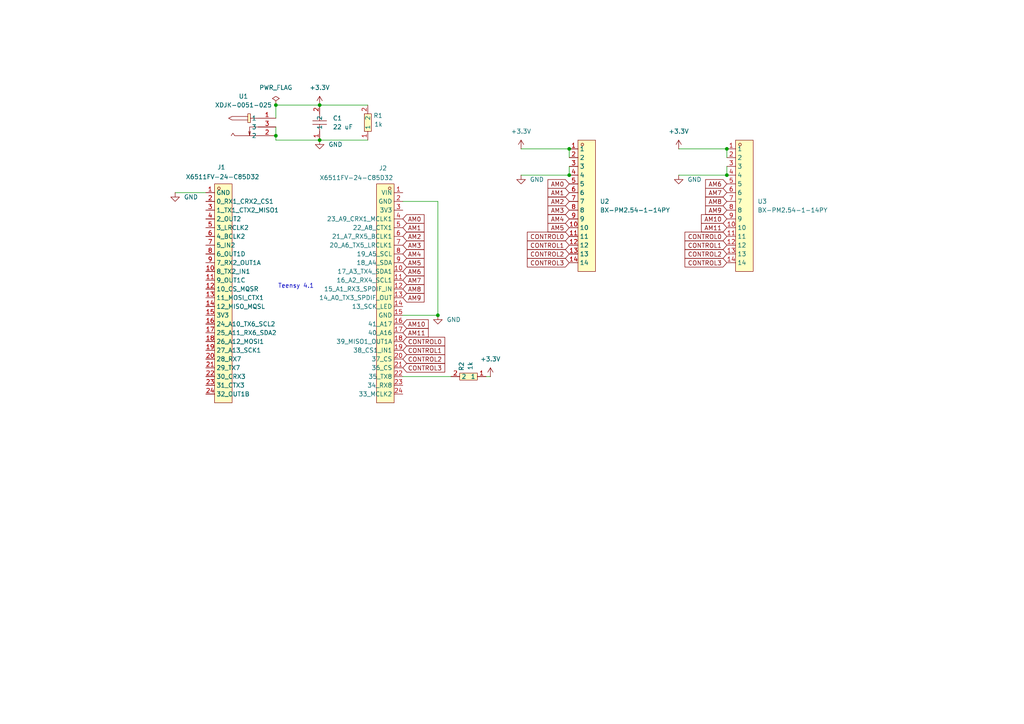
<source format=kicad_sch>
(kicad_sch (version 20250114) (generator "eeschema") (generator_version "9.0")
  (paper "A4")
  (lib_symbols
    (symbol "X6511FV-24-C85D32_1"
      (property "Reference" "J1" (at -1.778 36.576 0))
      (property "Value" "X6511FV-24-C85D32" (at -10.922 33.782 0))
      (symbol "X6511FV-24-C85D32_1_0_1"
        (rectangle (start -2.54 31.75) (end 2.54 -31.75) (fill (type background)))
        (circle (center -1.27 30.48) (radius 0.38))
      )
      (symbol "X6511FV-24-C85D32_1_1_1"
        (pin power_in line (at -5.08 29.21 0) (length 2.54) (name "GND") (number "1"))
        (pin bidirectional line (at -5.08 26.67 0) (length 2.54) (name "0_RX1_CRX2_CS1") (number "2"))
        (pin bidirectional line (at -5.08 24.13 0) (length 2.54) (name "1_TX1_CTX2_MISO1") (number "3"))
        (pin bidirectional line (at -5.08 21.59 0) (length 2.54) (name "2_OUT2") (number "4"))
        (pin bidirectional line (at -5.08 19.05 0) (length 2.54) (name "3_LRCLK2") (number "5"))
        (pin bidirectional line (at -5.08 16.51 0) (length 2.54) (name "4_BCLK2") (number "6"))
        (pin bidirectional line (at -5.08 13.97 0) (length 2.54) (name "5_IN2") (number "7"))
        (pin bidirectional line (at -5.08 11.43 0) (length 2.54) (name "6_OUT1D") (number "8"))
        (pin bidirectional line (at -5.08 8.89 0) (length 2.54) (name "7_RX2_OUT1A") (number "9"))
        (pin bidirectional line (at -5.08 6.35 0) (length 2.54) (name "8_TX2_IN1") (number "10"))
        (pin bidirectional line (at -5.08 3.81 0) (length 2.54) (name "9_OUT1C") (number "11"))
        (pin bidirectional line (at -5.08 1.27 0) (length 2.54) (name "10_CS_MQSR") (number "12"))
        (pin bidirectional line (at -5.08 -1.27 0) (length 2.54) (name "11_MOSI_CTX1") (number "13"))
        (pin bidirectional line (at -5.08 -3.81 0) (length 2.54) (name "12_MISO_MQSL") (number "14"))
        (pin power_in line (at -5.08 -6.35 0) (length 2.54) (name "3V3") (number "15"))
        (pin bidirectional line (at -5.08 -8.89 0) (length 2.54) (name "24_A10_TX6_SCL2") (number "16"))
        (pin bidirectional line (at -5.08 -11.43 0) (length 2.54) (name "25_A11_RX6_SDA2") (number "17"))
        (pin bidirectional line (at -5.08 -13.97 0) (length 2.54) (name "26_A12_MOSI1") (number "18"))
        (pin bidirectional line (at -5.08 -16.51 0) (length 2.54) (name "27_A13_SCK1") (number "19"))
        (pin bidirectional line (at -5.08 -19.05 0) (length 2.54) (name "28_RX7") (number "20"))
        (pin bidirectional line (at -5.08 -21.59 0) (length 2.54) (name "29_TX7") (number "21"))
        (pin bidirectional line (at -5.08 -24.13 0) (length 2.54) (name "30_CRX3") (number "22"))
        (pin bidirectional line (at -5.08 -26.67 0) (length 2.54) (name "31_CTX3") (number "23"))
        (pin bidirectional line (at -5.08 -29.21 0) (length 2.54) (name "32_OUT1B") (number "24"))
      )
    )
    (symbol "X6511FV-24-C85D32_2"
      (property "Reference" "J2" (at -0.508 36.322 0))
      (property "Value" "X6511FV-24-C85D32" (at -2.286 33.528 0))
      (symbol "X6511FV-24-C85D32_2_0_1"
        (rectangle (start -2.54 31.75) (end 2.54 -31.75) (fill (type background)))
        (circle (center -1.27 30.48) (radius 0.38))
      )
      (symbol "X6511FV-24-C85D32_2_1_1"
        (pin power_in line (at -5.08 29.21 0) (length 2.54) (name "VIN") (number "1"))
        (pin output line (at -5.08 26.67 0) (length 2.54) (name "GND") (number "2"))
        (pin output line (at -5.08 24.13 0) (length 2.54) (name "3V3") (number "3"))
        (pin bidirectional line (at -5.08 21.59 0) (length 2.54) (name "23_A9_CRX1_MCLK1") (number "4"))
        (pin bidirectional line (at -5.08 19.05 0) (length 2.54) (name "22_A8_CTX1") (number "5"))
        (pin bidirectional line (at -5.08 16.51 0) (length 2.54) (name "21_A7_RX5_BCLK1") (number "6"))
        (pin bidirectional line (at -5.08 13.97 0) (length 2.54) (name "20_A6_TX5_LRCLK1") (number "7"))
        (pin bidirectional line (at -5.08 11.43 0) (length 2.54) (name "19_A5_SCL") (number "8"))
        (pin bidirectional line (at -5.08 8.89 0) (length 2.54) (name "18_A4_SDA") (number "9"))
        (pin bidirectional line (at -5.08 6.35 0) (length 2.54) (name "17_A3_TX4_SDA1") (number "10"))
        (pin bidirectional line (at -5.08 3.81 0) (length 2.54) (name "16_A2_RX4_SCL1") (number "11"))
        (pin bidirectional line (at -5.08 1.27 0) (length 2.54) (name "15_A1_RX3_SPDIF_IN") (number "12"))
        (pin bidirectional line (at -5.08 -1.27 0) (length 2.54) (name "14_A0_TX3_SPDIF_OUT") (number "13"))
        (pin bidirectional line (at -5.08 -3.81 0) (length 2.54) (name "13_SCK_LED") (number "14"))
        (pin power_in line (at -5.08 -6.35 0) (length 2.54) (name "GND") (number "15"))
        (pin bidirectional line (at -5.08 -8.89 0) (length 2.54) (name "41_A17") (number "16"))
        (pin bidirectional line (at -5.08 -11.43 0) (length 2.54) (name "40_A16") (number "17"))
        (pin bidirectional line (at -5.08 -13.97 0) (length 2.54) (name "39_MISO1_OUT1A") (number "18"))
        (pin bidirectional line (at -5.08 -16.51 0) (length 2.54) (name "38_CS1_IN1") (number "19"))
        (pin bidirectional line (at -5.08 -19.05 0) (length 2.54) (name "37_CS") (number "20"))
        (pin bidirectional line (at -5.08 -21.59 0) (length 2.54) (name "36_CS") (number "21"))
        (pin bidirectional line (at -5.08 -24.13 0) (length 2.54) (name "35_TX8") (number "22"))
        (pin bidirectional line (at -5.08 -26.67 0) (length 2.54) (name "34_RX8") (number "23"))
        (pin bidirectional line (at -5.08 -29.21 0) (length 2.54) (name "33_MCLK2") (number "24"))
      )
    )
    (symbol "jlcpcb:1206W4F1001T5E"
      (property "Reference" "R" (at 0 5.08 0))
      (property "Value" "1206W4F1001T5E" (at 0 -5.08 0))
      (symbol "1206W4F1001T5E_0_1"
        (rectangle (start -2.54 1.02) (end 2.54 -1.02) (fill (type background)))
        (pin input line (at -5.08 0 0) (length 2.54) (name "1") (number "1"))
        (pin input line (at 5.08 0 180) (length 2.54) (name "2") (number "2"))
      )
    )
    (symbol "jlcpcb:BX-PM2.54-1-14PY"
      (property "Reference" "U" (at 0 21.59 0))
      (property "Value" "BX-PM2.54-1-14PY" (at 0 -21.59 0))
      (symbol "BX-PM2.54-1-14PY_0_1"
        (rectangle (start -2.54 19.05) (end 2.54 -19.05) (fill (type background)))
        (circle (center -1.27 17.78) (radius 0.38))
        (pin unspecified line (at -5.08 16.51 0) (length 2.54) (name "1") (number "1"))
        (pin unspecified line (at -5.08 13.97 0) (length 2.54) (name "2") (number "2"))
        (pin unspecified line (at -5.08 11.43 0) (length 2.54) (name "3") (number "3"))
        (pin unspecified line (at -5.08 8.89 0) (length 2.54) (name "4") (number "4"))
        (pin unspecified line (at -5.08 6.35 0) (length 2.54) (name "5") (number "5"))
        (pin unspecified line (at -5.08 3.81 0) (length 2.54) (name "6") (number "6"))
        (pin unspecified line (at -5.08 1.27 0) (length 2.54) (name "7") (number "7"))
        (pin unspecified line (at -5.08 -1.27 0) (length 2.54) (name "8") (number "8"))
        (pin unspecified line (at -5.08 -3.81 0) (length 2.54) (name "9") (number "9"))
        (pin unspecified line (at -5.08 -6.35 0) (length 2.54) (name "10") (number "10"))
        (pin unspecified line (at -5.08 -8.89 0) (length 2.54) (name "11") (number "11"))
        (pin unspecified line (at -5.08 -11.43 0) (length 2.54) (name "12") (number "12"))
        (pin unspecified line (at -5.08 -13.97 0) (length 2.54) (name "13") (number "13"))
        (pin unspecified line (at -5.08 -16.51 0) (length 2.54) (name "14") (number "14"))
      )
    )
    (symbol "jlcpcb:CL31A226KOHNNNE"
      (property "Reference" "C" (at 0 5.08 0))
      (property "Value" "CL31A226KOHNNNE" (at 0 -5.08 0))
      (symbol "CL31A226KOHNNNE_0_1"
        (polyline (pts (xy -0.51 0) (xy -2.54 0)))
        (polyline (pts (xy -0.51 -2.03) (xy -0.51 2.03)))
        (polyline (pts (xy 0.51 2.03) (xy 0.51 -2.03)))
        (polyline (pts (xy 2.54 0) (xy 0.51 0)))
        (pin unspecified line (at -5.08 0 0) (length 2.54) (name "1") (number "1"))
        (pin unspecified line (at 5.08 0 180) (length 2.54) (name "2") (number "2"))
      )
    )
    (symbol "jlcpcb:XDJK-0051-025"
      (property "Reference" "U" (at 0 7.62 0))
      (property "Value" "XDJK-0051-025" (at 0 -7.62 0))
      (symbol "XDJK-0051-025_0_1"
        (rectangle (start -0.51 3.81) (end 0.25 1.27) (fill (type background)))
        (polyline (pts (xy -0.51 3.05) (xy -5.08 3.05) (xy -6.1 2.54) (xy -5.08 2.03) (xy -0.51 2.03)))
        (polyline (pts (xy 0 -2.54) (xy 0.25 -1.27)))
        (polyline (pts (xy 2.54 2.54) (xy 0.25 2.54)))
        (polyline (pts (xy 2.54 0) (xy 0 0) (xy 0 -2.54) (xy -0.25 -1.27)))
        (polyline (pts (xy 2.54 -2.54) (xy -4.32 -2.54) (xy -4.83 -1.78) (xy -5.33 -2.54)))
        (pin unspecified line (at 7.62 2.54 180) (length 5.08) (name "1") (number "1"))
        (pin unspecified line (at 7.62 0 180) (length 5.08) (name "3") (number "3"))
        (pin unspecified line (at 7.62 -2.54 180) (length 5.08) (name "2") (number "2"))
      )
    )
    (symbol "power:+3.3V" (power) (pin_numbers (hide yes)) (pin_names (offset 0) (hide yes))
      (property "Value" "+3.3V" (at 0 3.556 0))
      (symbol "+3.3V_0_1"
        (polyline (pts (xy -0.762 1.27) (xy 0 2.54)))
        (polyline (pts (xy 0 2.54) (xy 0.762 1.27)))
        (polyline (pts (xy 0 0) (xy 0 2.54)))
      )
      (symbol "+3.3V_1_1"
        (pin power_in line (at 0 0 90) (length 0) (name "~") (number "1"))
      )
    )
    (symbol "power:GND" (power) (pin_numbers (hide yes)) (pin_names (offset 0) (hide yes))
      (property "Value" "GND" (at 0 -3.81 0))
      (symbol "GND_0_1"
        (polyline (pts (xy 0 0) (xy 0 -1.27) (xy 1.27 -1.27) (xy 0 -2.54) (xy -1.27 -1.27) (xy 0 -1.27)))
      )
      (symbol "GND_1_1"
        (pin power_in line (at 0 0 270) (length 0) (name "~") (number "1"))
      )
    )
    (symbol "power:PWR_FLAG" (power) (pin_numbers (hide yes)) (pin_names (offset 0) (hide yes))
      (property "Value" "PWR_FLAG" (at 0 3.81 0))
      (symbol "PWR_FLAG_0_0"
        (pin power_out line (at 0 0 90) (length 0) (name "~") (number "1"))
      )
      (symbol "PWR_FLAG_0_1"
        (polyline (pts (xy 0 0) (xy 0 1.27) (xy -1.016 1.905) (xy 0 2.54) (xy 1.016 1.905) (xy 0 1.27)))
      )
    )
  )
  (text "Teensy 4.1" (at 85.852 83.058 0) (effects (font (size 1.27 1.27))))
  (junction (at 92.71 30.48))
  (junction (at 127 91.44))
  (junction (at 210.82 50.8))
  (junction (at 80.01 39.37))
  (junction (at 92.71 40.64))
  (junction (at 210.82 43.18))
  (junction (at 80.01 30.48))
  (junction (at 165.1 50.8))
  (junction (at 165.1 43.18))
  (wire (pts (xy 80.01 30.48) (xy 80.01 34.29)))
  (wire (pts (xy 92.71 40.64) (xy 106.68 40.64)))
  (wire (pts (xy 80.01 39.37) (xy 80.01 40.64)))
  (wire (pts (xy 92.71 30.48) (xy 106.68 30.48)))
  (wire (pts (xy 127 58.42) (xy 127 91.44)))
  (wire (pts (xy 116.84 91.44) (xy 127 91.44)))
  (wire (pts (xy 50.8 55.88) (xy 59.69 55.88)))
  (wire (pts (xy 151.13 50.8) (xy 165.1 50.8)))
  (wire (pts (xy 80.01 40.64) (xy 92.71 40.64)))
  (wire (pts (xy 165.1 43.18) (xy 165.1 45.72)))
  (wire (pts (xy 151.13 43.18) (xy 165.1 43.18)))
  (wire (pts (xy 80.01 30.48) (xy 92.71 30.48)))
  (wire (pts (xy 196.85 43.18) (xy 210.82 43.18)))
  (wire (pts (xy 165.1 48.26) (xy 165.1 50.8)))
  (wire (pts (xy 196.85 50.8) (xy 210.82 50.8)))
  (wire (pts (xy 210.82 48.26) (xy 210.82 50.8)))
  (wire (pts (xy 142.24 109.22) (xy 140.97 109.22)))
  (wire (pts (xy 80.01 36.83) (xy 80.01 39.37)))
  (wire (pts (xy 116.84 58.42) (xy 127 58.42)))
  (wire (pts (xy 116.84 109.22) (xy 130.81 109.22)))
  (wire (pts (xy 210.82 43.18) (xy 210.82 45.72)))
  (global_label "AM0" (shape input) (at 116.84 63.5 0) (property "Intersheetrefs" "${INTERSHEET_REFS}" (effects (hide yes))))
  (global_label "AM11" (shape input) (at 210.82 66.04 180) (property "Intersheetrefs" "${INTERSHEET_REFS}" (effects (hide yes))))
  (global_label "AM11" (shape input) (at 116.84 96.52 0) (property "Intersheetrefs" "${INTERSHEET_REFS}" (effects (hide yes))))
  (global_label "AM9" (shape input) (at 116.84 86.36 0) (property "Intersheetrefs" "${INTERSHEET_REFS}" (effects (hide yes))))
  (global_label "CONTROL0" (shape input) (at 210.82 68.58 180) (property "Intersheetrefs" "${INTERSHEET_REFS}" (effects (hide yes))))
  (global_label "AM4" (shape input) (at 116.84 73.66 0) (property "Intersheetrefs" "${INTERSHEET_REFS}" (effects (hide yes))))
  (global_label "CONTROL0" (shape input) (at 116.84 99.06 0) (property "Intersheetrefs" "${INTERSHEET_REFS}" (effects (hide yes))))
  (global_label "AM6" (shape input) (at 210.82 53.34 180) (property "Intersheetrefs" "${INTERSHEET_REFS}" (effects (hide yes))))
  (global_label "AM4" (shape input) (at 165.1 63.5 180) (property "Intersheetrefs" "${INTERSHEET_REFS}" (effects (hide yes))))
  (global_label "AM1" (shape input) (at 116.84 66.04 0) (property "Intersheetrefs" "${INTERSHEET_REFS}" (effects (hide yes))))
  (global_label "CONTROL3" (shape input) (at 165.1 76.2 180) (property "Intersheetrefs" "${INTERSHEET_REFS}" (effects (hide yes))))
  (global_label "AM10" (shape input) (at 210.82 63.5 180) (property "Intersheetrefs" "${INTERSHEET_REFS}" (effects (hide yes))))
  (global_label "AM6" (shape input) (at 116.84 78.74 0) (property "Intersheetrefs" "${INTERSHEET_REFS}" (effects (hide yes))))
  (global_label "AM8" (shape input) (at 116.84 83.82 0) (property "Intersheetrefs" "${INTERSHEET_REFS}" (effects (hide yes))))
  (global_label "CONTROL3" (shape input) (at 116.84 106.68 0) (property "Intersheetrefs" "${INTERSHEET_REFS}" (effects (hide yes))))
  (global_label "AM2" (shape input) (at 165.1 58.42 180) (property "Intersheetrefs" "${INTERSHEET_REFS}" (effects (hide yes))))
  (global_label "AM3" (shape input) (at 116.84 71.12 0) (property "Intersheetrefs" "${INTERSHEET_REFS}" (effects (hide yes))))
  (global_label "CONTROL1" (shape input) (at 165.1 71.12 180) (property "Intersheetrefs" "${INTERSHEET_REFS}" (effects (hide yes))))
  (global_label "CONTROL0" (shape input) (at 165.1 68.58 180) (property "Intersheetrefs" "${INTERSHEET_REFS}" (effects (hide yes))))
  (global_label "CONTROL2" (shape input) (at 165.1 73.66 180) (property "Intersheetrefs" "${INTERSHEET_REFS}" (effects (hide yes))))
  (global_label "AM2" (shape input) (at 116.84 68.58 0) (property "Intersheetrefs" "${INTERSHEET_REFS}" (effects (hide yes))))
  (global_label "AM8" (shape input) (at 210.82 58.42 180) (property "Intersheetrefs" "${INTERSHEET_REFS}" (effects (hide yes))))
  (global_label "CONTROL3" (shape input) (at 210.82 76.2 180) (property "Intersheetrefs" "${INTERSHEET_REFS}" (effects (hide yes))))
  (global_label "CONTROL1" (shape input) (at 210.82 71.12 180) (property "Intersheetrefs" "${INTERSHEET_REFS}" (effects (hide yes))))
  (global_label "AM5" (shape input) (at 116.84 76.2 0) (property "Intersheetrefs" "${INTERSHEET_REFS}" (effects (hide yes))))
  (global_label "CONTROL2" (shape input) (at 210.82 73.66 180) (property "Intersheetrefs" "${INTERSHEET_REFS}" (effects (hide yes))))
  (global_label "AM7" (shape input) (at 116.84 81.28 0) (property "Intersheetrefs" "${INTERSHEET_REFS}" (effects (hide yes))))
  (global_label "AM10" (shape input) (at 116.84 93.98 0) (property "Intersheetrefs" "${INTERSHEET_REFS}" (effects (hide yes))))
  (global_label "CONTROL1" (shape input) (at 116.84 101.6 0) (property "Intersheetrefs" "${INTERSHEET_REFS}" (effects (hide yes))))
  (global_label "AM3" (shape input) (at 165.1 60.96 180) (property "Intersheetrefs" "${INTERSHEET_REFS}" (effects (hide yes))))
  (global_label "AM9" (shape input) (at 210.82 60.96 180) (property "Intersheetrefs" "${INTERSHEET_REFS}" (effects (hide yes))))
  (global_label "AM5" (shape input) (at 165.1 66.04 180) (property "Intersheetrefs" "${INTERSHEET_REFS}" (effects (hide yes))))
  (global_label "AM1" (shape input) (at 165.1 55.88 180) (property "Intersheetrefs" "${INTERSHEET_REFS}" (effects (hide yes))))
  (global_label "CONTROL2" (shape input) (at 116.84 104.14 0) (property "Intersheetrefs" "${INTERSHEET_REFS}" (effects (hide yes))))
  (global_label "AM0" (shape input) (at 165.1 53.34 180) (property "Intersheetrefs" "${INTERSHEET_REFS}" (effects (hide yes))))
  (global_label "AM7" (shape input) (at 210.82 55.88 180) (property "Intersheetrefs" "${INTERSHEET_REFS}" (effects (hide yes))))
  (symbol (lib_name "X6511FV-24-C85D32_2") (lib_id "jlcpcb:X6511FV-24-C85D32") (at 111.76 85.09 0) (mirror y) (unit 1)
    (property "Reference" "J2" (at 112.268 48.768 0) (effects (justify left)))
    (property "Value" "X6511FV-24-C85D32" (at 114.046 51.562 0) (effects (justify left)))
    (property "Footprint" "jlcpcb:HDR-TH_24P-P2.54-V-F" (effects (hide yes)))
    (property "LCSC Part" "C2883741" (effects (hide yes)))
  )
  (symbol (lib_id "power:+3.3V") (at 142.24 109.22 0) (unit 1)
    (property "Reference" "#PWR05" (effects (hide yes)))
    (property "Value" "+3.3V" (at 142.24 104.14 0))
    (property "Description" "Power symbol creates a global label with name \"+3.3V\"" (effects (hide yes)))
  )
  (symbol (lib_id "jlcpcb:BX-PM2.54-1-14PY") (at 170.18 59.69 0) (unit 1)
    (property "Reference" "U2" (at 173.99 58.4199 0) (effects (justify left)))
    (property "Value" "BX-PM2.54-1-14PY" (at 173.99 60.9599 0) (effects (justify left)))
    (property "Footprint" "jlcpcb:HDR-TH_14P-P2.54-V-F" (effects (hide yes)))
    (property "LCSC Part" "C18078135" (effects (hide yes)))
  )
  (symbol (lib_id "power:GND") (at 196.85 50.8 0) (unit 1)
    (property "Reference" "#PWR09" (effects (hide yes)))
    (property "Value" "GND" (at 199.39 52.0699 0) (effects (justify left)))
    (property "Description" "Power symbol creates a global label with name \"GND\" , ground" (effects (hide yes)))
  )
  (symbol (lib_id "power:GND") (at 127 91.44 0) (unit 1)
    (property "Reference" "#PWR04" (effects (hide yes)))
    (property "Value" "GND" (at 129.54 92.7099 0) (effects (justify left)))
    (property "Description" "Power symbol creates a global label with name \"GND\" , ground" (effects (hide yes)))
  )
  (symbol (lib_id "power:GND") (at 151.13 50.8 0) (unit 1)
    (property "Reference" "#PWR06" (effects (hide yes)))
    (property "Value" "GND" (at 153.67 52.0699 0) (effects (justify left)))
    (property "Description" "Power symbol creates a global label with name \"GND\" , ground" (effects (hide yes)))
  )
  (symbol (lib_name "X6511FV-24-C85D32_1") (lib_id "jlcpcb:X6511FV-24-C85D32") (at 64.77 85.09 0) (unit 1)
    (property "Reference" "J1" (at 62.992 48.514 0) (effects (justify left)))
    (property "Value" "X6511FV-24-C85D32" (at 53.848 51.308 0) (effects (justify left)))
    (property "Footprint" "jlcpcb:HDR-TH_24P-P2.54-V-F" (effects (hide yes)))
    (property "LCSC Part" "C2883741" (effects (hide yes)))
  )
  (symbol (lib_id "power:GND") (at 50.8 55.88 0) (unit 1)
    (property "Reference" "#PWR01" (effects (hide yes)))
    (property "Value" "GND" (at 53.34 57.1499 0) (effects (justify left)))
    (property "Description" "Power symbol creates a global label with name \"GND\" , ground" (effects (hide yes)))
  )
  (symbol (lib_id "jlcpcb:1206W4F1001T5E") (at 135.89 109.22 180) (unit 1)
    (property "Reference" "R2" (at 133.858 104.902 90) (effects (justify left)))
    (property "Value" "1k" (at 136.398 104.902 90) (effects (justify left)))
    (property "Footprint" "jlcpcb:R1206" (effects (hide yes)))
    (property "Datasheet" "https://lcsc.com/product-detail/Chip-Resistor-Surface-Mount-UniOhm_1KR-1001-1_C4410.html" (effects (hide yes)))
    (property "LCSC Part" "C4410" (effects (hide yes)))
  )
  (symbol (lib_id "jlcpcb:CL31A226KOHNNNE") (at 92.71 35.56 90) (unit 1)
    (property "Reference" "C1" (at 96.52 34.2899 90) (effects (justify right)))
    (property "Value" "22 uF" (at 96.52 36.8299 90) (effects (justify right)))
    (property "Footprint" "jlcpcb:C1206" (effects (hide yes)))
    (property "Datasheet" "https://lcsc.com/product-detail/Multilayer-Ceramic-Capacitors-MLCC-SMD-SMT_SAMSUNG_CL31A226KOHNNNE_22uF-226-10-16V_C90146.html" (effects (hide yes)))
    (property "LCSC Part" "C90146" (effects (hide yes)))
  )
  (symbol (lib_id "power:+3.3V") (at 196.85 43.18 0) (unit 1)
    (property "Reference" "#PWR08" (effects (hide yes)))
    (property "Value" "+3.3V" (at 196.85 38.1 0))
    (property "Description" "Power symbol creates a global label with name \"+3.3V\"" (effects (hide yes)))
  )
  (symbol (lib_id "power:+3.3V") (at 151.13 43.18 0) (unit 1)
    (property "Reference" "#PWR07" (effects (hide yes)))
    (property "Value" "+3.3V" (at 151.13 38.1 0))
    (property "Description" "Power symbol creates a global label with name \"+3.3V\"" (effects (hide yes)))
  )
  (symbol (lib_id "power:+3.3V") (at 92.71 30.48 0) (unit 1)
    (property "Reference" "#PWR02" (effects (hide yes)))
    (property "Value" "+3.3V" (at 92.71 25.4 0))
    (property "Description" "Power symbol creates a global label with name \"+3.3V\"" (effects (hide yes)))
  )
  (symbol (lib_id "jlcpcb:1206W4F1001T5E") (at 106.68 35.56 90) (unit 1)
    (property "Reference" "R1" (at 110.998 33.528 90) (effects (justify left)))
    (property "Value" "1k" (at 110.998 36.068 90) (effects (justify left)))
    (property "Footprint" "jlcpcb:R1206" (effects (hide yes)))
    (property "Datasheet" "https://lcsc.com/product-detail/Chip-Resistor-Surface-Mount-UniOhm_1KR-1001-1_C4410.html" (effects (hide yes)))
    (property "LCSC Part" "C4410" (effects (hide yes)))
  )
  (symbol (lib_id "power:PWR_FLAG") (at 80.01 30.48 0) (unit 1)
    (property "Reference" "#FLG01" (effects (hide yes)))
    (property "Value" "PWR_FLAG" (at 80.01 25.4 0))
    (property "Description" "Special symbol for telling ERC where power comes from" (effects (hide yes)))
  )
  (symbol (lib_id "power:GND") (at 92.71 40.64 0) (unit 1)
    (property "Reference" "#PWR03" (effects (hide yes)))
    (property "Value" "GND" (at 95.25 41.9099 0) (effects (justify left)))
    (property "Description" "Power symbol creates a global label with name \"GND\" , ground" (effects (hide yes)))
  )
  (symbol (lib_id "jlcpcb:XDJK-0051-025") (at 72.39 36.83 0) (unit 1)
    (property "Reference" "U1" (at 70.61 27.94 0))
    (property "Value" "XDJK-0051-025" (at 70.61 30.48 0))
    (property "Footprint" "jlcpcb:DC-IN-TH_XDJK-0051-025" (effects (hide yes)))
    (property "LCSC Part" "C7498153" (effects (hide yes)))
  )
  (symbol (lib_id "jlcpcb:BX-PM2.54-1-14PY") (at 215.9 59.69 0) (unit 1)
    (property "Reference" "U3" (at 219.71 58.4199 0) (effects (justify left)))
    (property "Value" "BX-PM2.54-1-14PY" (at 219.71 60.9599 0) (effects (justify left)))
    (property "Footprint" "jlcpcb:HDR-TH_14P-P2.54-V-F" (effects (hide yes)))
    (property "LCSC Part" "C18078135" (effects (hide yes)))
  )
)
</source>
